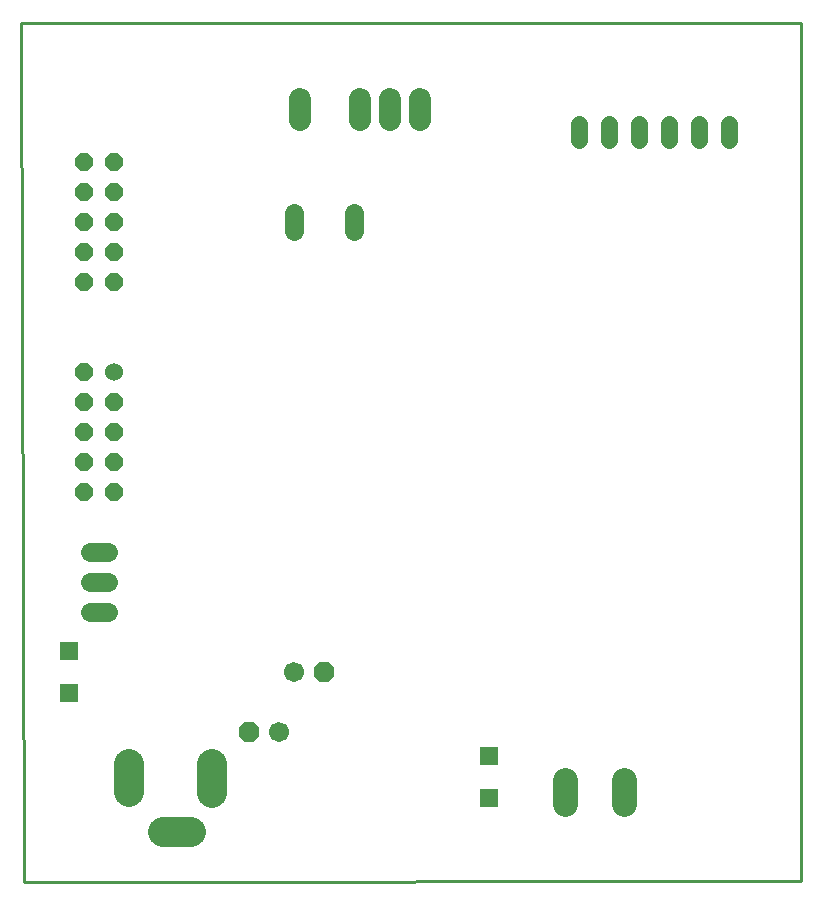
<source format=gts>
G75*
%MOIN*%
%OFA0B0*%
%FSLAX25Y25*%
%IPPOS*%
%LPD*%
%AMOC8*
5,1,8,0,0,1.08239X$1,22.5*
%
%ADD10C,0.00000*%
%ADD11C,0.01000*%
%ADD12C,0.06700*%
%ADD13OC8,0.06700*%
%ADD14C,0.06000*%
%ADD15OC8,0.06000*%
%ADD16C,0.05600*%
%ADD17C,0.06400*%
%ADD18C,0.09849*%
%ADD19C,0.07400*%
%ADD20R,0.06306X0.06306*%
%ADD21C,0.08200*%
D10*
X0247600Y0001984D02*
X0261600Y0002284D01*
D11*
X0002600Y0001984D02*
X0001500Y0288384D01*
X0261500Y0288384D01*
X0261600Y0002284D01*
X0002600Y0001984D01*
D12*
X0087600Y0051984D03*
X0092600Y0071984D03*
D13*
X0102600Y0071984D03*
X0077600Y0051984D03*
D14*
X0032600Y0171984D03*
D15*
X0032600Y0161984D03*
X0032600Y0151984D03*
X0032600Y0141984D03*
X0032600Y0131984D03*
X0022600Y0131984D03*
X0022600Y0141984D03*
X0022600Y0151984D03*
X0022600Y0161984D03*
X0022600Y0171984D03*
X0022600Y0201984D03*
X0032600Y0201984D03*
X0032600Y0211984D03*
X0032600Y0221984D03*
X0022600Y0221984D03*
X0022600Y0211984D03*
X0022600Y0231984D03*
X0022600Y0241984D03*
X0032600Y0241984D03*
X0032600Y0231984D03*
D16*
X0187600Y0249384D02*
X0187600Y0254584D01*
X0197600Y0254584D02*
X0197600Y0249384D01*
X0207600Y0249384D02*
X0207600Y0254584D01*
X0217600Y0254584D02*
X0217600Y0249384D01*
X0227600Y0249384D02*
X0227600Y0254584D01*
X0237600Y0254584D02*
X0237600Y0249384D01*
D17*
X0112600Y0224984D02*
X0112600Y0218984D01*
X0092600Y0218984D02*
X0092600Y0224984D01*
X0030600Y0111984D02*
X0024600Y0111984D01*
X0024600Y0101984D02*
X0030600Y0101984D01*
X0030600Y0091984D02*
X0024600Y0091984D01*
D18*
X0037421Y0041425D02*
X0037421Y0031976D01*
X0048839Y0018709D02*
X0058287Y0018709D01*
X0065000Y0031760D02*
X0065000Y0041209D01*
D19*
X0094569Y0256083D02*
X0094569Y0263083D01*
X0114569Y0263083D02*
X0114569Y0256083D01*
X0124569Y0256083D02*
X0124569Y0263083D01*
X0134569Y0263083D02*
X0134569Y0256083D01*
D20*
X0017600Y0078874D03*
X0017600Y0065094D03*
X0157600Y0043874D03*
X0157600Y0030094D03*
D21*
X0182700Y0028084D02*
X0182700Y0035884D01*
X0202500Y0035884D02*
X0202500Y0028084D01*
M02*

</source>
